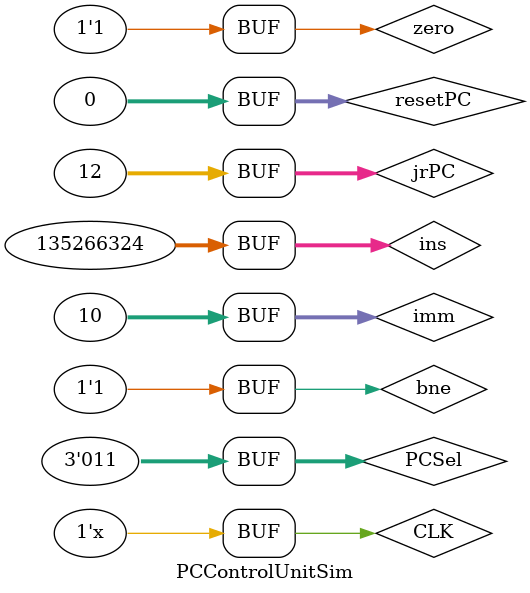
<source format=v>
`timescale 1 ns / 1 ps
`define cycleTime 10
module PCControlUnitSim();

reg CLK;
always # (`cycleTime / 2) begin
    CLK <= ~CLK;
end

reg [31:0] jrPC;
reg [31:0] resetPC;
reg [2:0]  PCSel;
reg bne;
reg zero;

reg [31:0] ins; 
reg [31:0] imm;   

wire [31:0] PC;
wire [31:0] PCPlus4;
wire [31:0] branchPC;
wire [31:0] jmpPC;

PCCalUnit PCcal (ins,imm,PC,PCPlus4,branchPC,jmpPC);
PCControlUnit PCControl (PCPlus4,branchPC,jmpPC,jrPC,resetPC,PCSel,bne,zero,CLK,PC);

initial begin
    CLK <= 0;
    PCSel <= 3'b100; resetPC <= 0; #10;
    PCSel <= 3'b000; #10;
    PCSel <= 3'b001; bne <= 0; zero <= 0; imm <= 10; #10;
    PCSel <= 3'b100; resetPC <= 0; #10;
    PCSel <= 3'b001; bne <= 0; zero <= 1; imm <= 10; #10;
    PCSel <= 3'b100; resetPC <= 0; #10;
    PCSel <= 3'b001; bne <= 1; zero <= 0; imm <= 10; #10;
    PCSel <= 3'b100; resetPC <= 0; #10;
    PCSel <= 3'b001; bne <= 1; zero <= 1; imm <= 10; #10;
    PCSel <= 3'b100; resetPC <= 0; #10;
    PCSel <= 3'b010; ins <= 32'h08100014; #10;
    PCSel <= 3'b100; resetPC <= 0; #10;
    PCSel <= 3'b011; jrPC <= 12; #10;
end

endmodule
</source>
